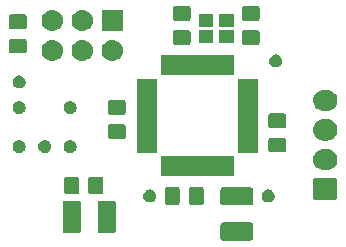
<source format=gbr>
G04 #@! TF.GenerationSoftware,KiCad,Pcbnew,(5.1.2-1)-1*
G04 #@! TF.CreationDate,2020-02-16T12:27:45-05:00*
G04 #@! TF.ProjectId,Delibird,44656c69-6269-4726-942e-6b696361645f,rev?*
G04 #@! TF.SameCoordinates,Original*
G04 #@! TF.FileFunction,Soldermask,Top*
G04 #@! TF.FilePolarity,Negative*
%FSLAX46Y46*%
G04 Gerber Fmt 4.6, Leading zero omitted, Abs format (unit mm)*
G04 Created by KiCad (PCBNEW (5.1.2-1)-1) date 2020-02-16 12:27:45*
%MOMM*%
%LPD*%
G04 APERTURE LIST*
%ADD10C,0.100000*%
G04 APERTURE END LIST*
D10*
G36*
X39325562Y-33875181D02*
G01*
X39360481Y-33885774D01*
X39392663Y-33902976D01*
X39420873Y-33926127D01*
X39444024Y-33954337D01*
X39461226Y-33986519D01*
X39471819Y-34021438D01*
X39476000Y-34063895D01*
X39476000Y-35205105D01*
X39471819Y-35247562D01*
X39461226Y-35282481D01*
X39444024Y-35314663D01*
X39420873Y-35342873D01*
X39392663Y-35366024D01*
X39360481Y-35383226D01*
X39325562Y-35393819D01*
X39283105Y-35398000D01*
X36916895Y-35398000D01*
X36874438Y-35393819D01*
X36839519Y-35383226D01*
X36807337Y-35366024D01*
X36779127Y-35342873D01*
X36755976Y-35314663D01*
X36738774Y-35282481D01*
X36728181Y-35247562D01*
X36724000Y-35205105D01*
X36724000Y-34063895D01*
X36728181Y-34021438D01*
X36738774Y-33986519D01*
X36755976Y-33954337D01*
X36779127Y-33926127D01*
X36807337Y-33902976D01*
X36839519Y-33885774D01*
X36874438Y-33875181D01*
X36916895Y-33871000D01*
X39283105Y-33871000D01*
X39325562Y-33875181D01*
X39325562Y-33875181D01*
G37*
G36*
X27718062Y-32029181D02*
G01*
X27752981Y-32039774D01*
X27785163Y-32056976D01*
X27813373Y-32080127D01*
X27836524Y-32108337D01*
X27853726Y-32140519D01*
X27864319Y-32175438D01*
X27868500Y-32217895D01*
X27868500Y-34584105D01*
X27864319Y-34626562D01*
X27853726Y-34661481D01*
X27836524Y-34693663D01*
X27813373Y-34721873D01*
X27785163Y-34745024D01*
X27752981Y-34762226D01*
X27718062Y-34772819D01*
X27675605Y-34777000D01*
X26534395Y-34777000D01*
X26491938Y-34772819D01*
X26457019Y-34762226D01*
X26424837Y-34745024D01*
X26396627Y-34721873D01*
X26373476Y-34693663D01*
X26356274Y-34661481D01*
X26345681Y-34626562D01*
X26341500Y-34584105D01*
X26341500Y-32217895D01*
X26345681Y-32175438D01*
X26356274Y-32140519D01*
X26373476Y-32108337D01*
X26396627Y-32080127D01*
X26424837Y-32056976D01*
X26457019Y-32039774D01*
X26491938Y-32029181D01*
X26534395Y-32025000D01*
X27675605Y-32025000D01*
X27718062Y-32029181D01*
X27718062Y-32029181D01*
G37*
G36*
X24743062Y-32029181D02*
G01*
X24777981Y-32039774D01*
X24810163Y-32056976D01*
X24838373Y-32080127D01*
X24861524Y-32108337D01*
X24878726Y-32140519D01*
X24889319Y-32175438D01*
X24893500Y-32217895D01*
X24893500Y-34584105D01*
X24889319Y-34626562D01*
X24878726Y-34661481D01*
X24861524Y-34693663D01*
X24838373Y-34721873D01*
X24810163Y-34745024D01*
X24777981Y-34762226D01*
X24743062Y-34772819D01*
X24700605Y-34777000D01*
X23559395Y-34777000D01*
X23516938Y-34772819D01*
X23482019Y-34762226D01*
X23449837Y-34745024D01*
X23421627Y-34721873D01*
X23398476Y-34693663D01*
X23381274Y-34661481D01*
X23370681Y-34626562D01*
X23366500Y-34584105D01*
X23366500Y-32217895D01*
X23370681Y-32175438D01*
X23381274Y-32140519D01*
X23398476Y-32108337D01*
X23421627Y-32080127D01*
X23449837Y-32056976D01*
X23482019Y-32039774D01*
X23516938Y-32029181D01*
X23559395Y-32025000D01*
X24700605Y-32025000D01*
X24743062Y-32029181D01*
X24743062Y-32029181D01*
G37*
G36*
X39325562Y-30900181D02*
G01*
X39360481Y-30910774D01*
X39392663Y-30927976D01*
X39420873Y-30951127D01*
X39444024Y-30979337D01*
X39461226Y-31011519D01*
X39471819Y-31046438D01*
X39476000Y-31088895D01*
X39476000Y-32230105D01*
X39471819Y-32272562D01*
X39461226Y-32307481D01*
X39444024Y-32339663D01*
X39420873Y-32367873D01*
X39392663Y-32391024D01*
X39360481Y-32408226D01*
X39325562Y-32418819D01*
X39283105Y-32423000D01*
X36916895Y-32423000D01*
X36874438Y-32418819D01*
X36839519Y-32408226D01*
X36807337Y-32391024D01*
X36779127Y-32367873D01*
X36755976Y-32339663D01*
X36738774Y-32307481D01*
X36728181Y-32272562D01*
X36724000Y-32230105D01*
X36724000Y-31088895D01*
X36728181Y-31046438D01*
X36738774Y-31011519D01*
X36755976Y-30979337D01*
X36779127Y-30951127D01*
X36807337Y-30927976D01*
X36839519Y-30910774D01*
X36874438Y-30900181D01*
X36916895Y-30896000D01*
X39283105Y-30896000D01*
X39325562Y-30900181D01*
X39325562Y-30900181D01*
G37*
G36*
X35152674Y-30876465D02*
G01*
X35190367Y-30887899D01*
X35225103Y-30906466D01*
X35255548Y-30931452D01*
X35280534Y-30961897D01*
X35299101Y-30996633D01*
X35310535Y-31034326D01*
X35315000Y-31079661D01*
X35315000Y-32166339D01*
X35310535Y-32211674D01*
X35299101Y-32249367D01*
X35280534Y-32284103D01*
X35255548Y-32314548D01*
X35225103Y-32339534D01*
X35190367Y-32358101D01*
X35152674Y-32369535D01*
X35107339Y-32374000D01*
X34270661Y-32374000D01*
X34225326Y-32369535D01*
X34187633Y-32358101D01*
X34152897Y-32339534D01*
X34122452Y-32314548D01*
X34097466Y-32284103D01*
X34078899Y-32249367D01*
X34067465Y-32211674D01*
X34063000Y-32166339D01*
X34063000Y-31079661D01*
X34067465Y-31034326D01*
X34078899Y-30996633D01*
X34097466Y-30961897D01*
X34122452Y-30931452D01*
X34152897Y-30906466D01*
X34187633Y-30887899D01*
X34225326Y-30876465D01*
X34270661Y-30872000D01*
X35107339Y-30872000D01*
X35152674Y-30876465D01*
X35152674Y-30876465D01*
G37*
G36*
X33102674Y-30876465D02*
G01*
X33140367Y-30887899D01*
X33175103Y-30906466D01*
X33205548Y-30931452D01*
X33230534Y-30961897D01*
X33249101Y-30996633D01*
X33260535Y-31034326D01*
X33265000Y-31079661D01*
X33265000Y-32166339D01*
X33260535Y-32211674D01*
X33249101Y-32249367D01*
X33230534Y-32284103D01*
X33205548Y-32314548D01*
X33175103Y-32339534D01*
X33140367Y-32358101D01*
X33102674Y-32369535D01*
X33057339Y-32374000D01*
X32220661Y-32374000D01*
X32175326Y-32369535D01*
X32137633Y-32358101D01*
X32102897Y-32339534D01*
X32072452Y-32314548D01*
X32047466Y-32284103D01*
X32028899Y-32249367D01*
X32017465Y-32211674D01*
X32013000Y-32166339D01*
X32013000Y-31079661D01*
X32017465Y-31034326D01*
X32028899Y-30996633D01*
X32047466Y-30961897D01*
X32072452Y-30931452D01*
X32102897Y-30906466D01*
X32137633Y-30887899D01*
X32175326Y-30876465D01*
X32220661Y-30872000D01*
X33057339Y-30872000D01*
X33102674Y-30876465D01*
X33102674Y-30876465D01*
G37*
G36*
X40927721Y-31093174D02*
G01*
X41027995Y-31134709D01*
X41071675Y-31163895D01*
X41118242Y-31195010D01*
X41194990Y-31271758D01*
X41194991Y-31271760D01*
X41255291Y-31362005D01*
X41296826Y-31462279D01*
X41318000Y-31568730D01*
X41318000Y-31677270D01*
X41296826Y-31783721D01*
X41255291Y-31883995D01*
X41255290Y-31883996D01*
X41194990Y-31974242D01*
X41118242Y-32050990D01*
X41109283Y-32056976D01*
X41027995Y-32111291D01*
X40927721Y-32152826D01*
X40821270Y-32174000D01*
X40712730Y-32174000D01*
X40606279Y-32152826D01*
X40506005Y-32111291D01*
X40424717Y-32056976D01*
X40415758Y-32050990D01*
X40339010Y-31974242D01*
X40278710Y-31883996D01*
X40278709Y-31883995D01*
X40237174Y-31783721D01*
X40216000Y-31677270D01*
X40216000Y-31568730D01*
X40237174Y-31462279D01*
X40278709Y-31362005D01*
X40339009Y-31271760D01*
X40339010Y-31271758D01*
X40415758Y-31195010D01*
X40462325Y-31163895D01*
X40506005Y-31134709D01*
X40606279Y-31093174D01*
X40712730Y-31072000D01*
X40821270Y-31072000D01*
X40927721Y-31093174D01*
X40927721Y-31093174D01*
G37*
G36*
X30894721Y-31093174D02*
G01*
X30994995Y-31134709D01*
X31038675Y-31163895D01*
X31085242Y-31195010D01*
X31161990Y-31271758D01*
X31161991Y-31271760D01*
X31222291Y-31362005D01*
X31263826Y-31462279D01*
X31285000Y-31568730D01*
X31285000Y-31677270D01*
X31263826Y-31783721D01*
X31222291Y-31883995D01*
X31222290Y-31883996D01*
X31161990Y-31974242D01*
X31085242Y-32050990D01*
X31076283Y-32056976D01*
X30994995Y-32111291D01*
X30894721Y-32152826D01*
X30788270Y-32174000D01*
X30679730Y-32174000D01*
X30573279Y-32152826D01*
X30473005Y-32111291D01*
X30391717Y-32056976D01*
X30382758Y-32050990D01*
X30306010Y-31974242D01*
X30245710Y-31883996D01*
X30245709Y-31883995D01*
X30204174Y-31783721D01*
X30183000Y-31677270D01*
X30183000Y-31568730D01*
X30204174Y-31462279D01*
X30245709Y-31362005D01*
X30306009Y-31271760D01*
X30306010Y-31271758D01*
X30382758Y-31195010D01*
X30429325Y-31163895D01*
X30473005Y-31134709D01*
X30573279Y-31093174D01*
X30679730Y-31072000D01*
X30788270Y-31072000D01*
X30894721Y-31093174D01*
X30894721Y-31093174D01*
G37*
G36*
X46476600Y-30137989D02*
G01*
X46509652Y-30148015D01*
X46540103Y-30164292D01*
X46566799Y-30186201D01*
X46588708Y-30212897D01*
X46604985Y-30243348D01*
X46615011Y-30276400D01*
X46619000Y-30316903D01*
X46619000Y-31753097D01*
X46615011Y-31793600D01*
X46604985Y-31826652D01*
X46588708Y-31857103D01*
X46566799Y-31883799D01*
X46540103Y-31905708D01*
X46509652Y-31921985D01*
X46476600Y-31932011D01*
X46436097Y-31936000D01*
X44749903Y-31936000D01*
X44709400Y-31932011D01*
X44676348Y-31921985D01*
X44645897Y-31905708D01*
X44619201Y-31883799D01*
X44597292Y-31857103D01*
X44581015Y-31826652D01*
X44570989Y-31793600D01*
X44567000Y-31753097D01*
X44567000Y-30316903D01*
X44570989Y-30276400D01*
X44581015Y-30243348D01*
X44597292Y-30212897D01*
X44619201Y-30186201D01*
X44645897Y-30164292D01*
X44676348Y-30148015D01*
X44709400Y-30137989D01*
X44749903Y-30134000D01*
X46436097Y-30134000D01*
X46476600Y-30137989D01*
X46476600Y-30137989D01*
G37*
G36*
X26634674Y-29987465D02*
G01*
X26672367Y-29998899D01*
X26707103Y-30017466D01*
X26737548Y-30042452D01*
X26762534Y-30072897D01*
X26781101Y-30107633D01*
X26792535Y-30145326D01*
X26797000Y-30190661D01*
X26797000Y-31277339D01*
X26792535Y-31322674D01*
X26781101Y-31360367D01*
X26762534Y-31395103D01*
X26737548Y-31425548D01*
X26707103Y-31450534D01*
X26672367Y-31469101D01*
X26634674Y-31480535D01*
X26589339Y-31485000D01*
X25752661Y-31485000D01*
X25707326Y-31480535D01*
X25669633Y-31469101D01*
X25634897Y-31450534D01*
X25604452Y-31425548D01*
X25579466Y-31395103D01*
X25560899Y-31360367D01*
X25549465Y-31322674D01*
X25545000Y-31277339D01*
X25545000Y-30190661D01*
X25549465Y-30145326D01*
X25560899Y-30107633D01*
X25579466Y-30072897D01*
X25604452Y-30042452D01*
X25634897Y-30017466D01*
X25669633Y-29998899D01*
X25707326Y-29987465D01*
X25752661Y-29983000D01*
X26589339Y-29983000D01*
X26634674Y-29987465D01*
X26634674Y-29987465D01*
G37*
G36*
X24584674Y-29987465D02*
G01*
X24622367Y-29998899D01*
X24657103Y-30017466D01*
X24687548Y-30042452D01*
X24712534Y-30072897D01*
X24731101Y-30107633D01*
X24742535Y-30145326D01*
X24747000Y-30190661D01*
X24747000Y-31277339D01*
X24742535Y-31322674D01*
X24731101Y-31360367D01*
X24712534Y-31395103D01*
X24687548Y-31425548D01*
X24657103Y-31450534D01*
X24622367Y-31469101D01*
X24584674Y-31480535D01*
X24539339Y-31485000D01*
X23702661Y-31485000D01*
X23657326Y-31480535D01*
X23619633Y-31469101D01*
X23584897Y-31450534D01*
X23554452Y-31425548D01*
X23529466Y-31395103D01*
X23510899Y-31360367D01*
X23499465Y-31322674D01*
X23495000Y-31277339D01*
X23495000Y-30190661D01*
X23499465Y-30145326D01*
X23510899Y-30107633D01*
X23529466Y-30072897D01*
X23554452Y-30042452D01*
X23584897Y-30017466D01*
X23619633Y-29998899D01*
X23657326Y-29987465D01*
X23702661Y-29983000D01*
X24539339Y-29983000D01*
X24584674Y-29987465D01*
X24584674Y-29987465D01*
G37*
G36*
X37905000Y-29925000D02*
G01*
X31653000Y-29925000D01*
X31653000Y-28223000D01*
X37905000Y-28223000D01*
X37905000Y-29925000D01*
X37905000Y-29925000D01*
G37*
G36*
X45828443Y-27640519D02*
G01*
X45894627Y-27647037D01*
X46064466Y-27698557D01*
X46220991Y-27782222D01*
X46256729Y-27811552D01*
X46358186Y-27894814D01*
X46430557Y-27983000D01*
X46470778Y-28032009D01*
X46554443Y-28188534D01*
X46605963Y-28358373D01*
X46623359Y-28535000D01*
X46605963Y-28711627D01*
X46554443Y-28881466D01*
X46470778Y-29037991D01*
X46441448Y-29073729D01*
X46358186Y-29175186D01*
X46256729Y-29258448D01*
X46220991Y-29287778D01*
X46064466Y-29371443D01*
X45894627Y-29422963D01*
X45828443Y-29429481D01*
X45762260Y-29436000D01*
X45423740Y-29436000D01*
X45357557Y-29429481D01*
X45291373Y-29422963D01*
X45121534Y-29371443D01*
X44965009Y-29287778D01*
X44929271Y-29258448D01*
X44827814Y-29175186D01*
X44744552Y-29073729D01*
X44715222Y-29037991D01*
X44631557Y-28881466D01*
X44580037Y-28711627D01*
X44562641Y-28535000D01*
X44580037Y-28358373D01*
X44631557Y-28188534D01*
X44715222Y-28032009D01*
X44755443Y-27983000D01*
X44827814Y-27894814D01*
X44929271Y-27811552D01*
X44965009Y-27782222D01*
X45121534Y-27698557D01*
X45291373Y-27647037D01*
X45357557Y-27640519D01*
X45423740Y-27634000D01*
X45762260Y-27634000D01*
X45828443Y-27640519D01*
X45828443Y-27640519D01*
G37*
G36*
X22004721Y-26902174D02*
G01*
X22104995Y-26943709D01*
X22104996Y-26943710D01*
X22195242Y-27004010D01*
X22271990Y-27080758D01*
X22271991Y-27080760D01*
X22332291Y-27171005D01*
X22373826Y-27271279D01*
X22395000Y-27377730D01*
X22395000Y-27486270D01*
X22373826Y-27592721D01*
X22332291Y-27692995D01*
X22328574Y-27698558D01*
X22271990Y-27783242D01*
X22195242Y-27859990D01*
X22149812Y-27890345D01*
X22104995Y-27920291D01*
X22004721Y-27961826D01*
X21898270Y-27983000D01*
X21789730Y-27983000D01*
X21683279Y-27961826D01*
X21583005Y-27920291D01*
X21538188Y-27890345D01*
X21492758Y-27859990D01*
X21416010Y-27783242D01*
X21359426Y-27698558D01*
X21355709Y-27692995D01*
X21314174Y-27592721D01*
X21293000Y-27486270D01*
X21293000Y-27377730D01*
X21314174Y-27271279D01*
X21355709Y-27171005D01*
X21416009Y-27080760D01*
X21416010Y-27080758D01*
X21492758Y-27004010D01*
X21583004Y-26943710D01*
X21583005Y-26943709D01*
X21683279Y-26902174D01*
X21789730Y-26881000D01*
X21898270Y-26881000D01*
X22004721Y-26902174D01*
X22004721Y-26902174D01*
G37*
G36*
X19845721Y-26902174D02*
G01*
X19945995Y-26943709D01*
X19945996Y-26943710D01*
X20036242Y-27004010D01*
X20112990Y-27080758D01*
X20112991Y-27080760D01*
X20173291Y-27171005D01*
X20214826Y-27271279D01*
X20236000Y-27377730D01*
X20236000Y-27486270D01*
X20214826Y-27592721D01*
X20173291Y-27692995D01*
X20169574Y-27698558D01*
X20112990Y-27783242D01*
X20036242Y-27859990D01*
X19990812Y-27890345D01*
X19945995Y-27920291D01*
X19845721Y-27961826D01*
X19739270Y-27983000D01*
X19630730Y-27983000D01*
X19524279Y-27961826D01*
X19424005Y-27920291D01*
X19379188Y-27890345D01*
X19333758Y-27859990D01*
X19257010Y-27783242D01*
X19200426Y-27698558D01*
X19196709Y-27692995D01*
X19155174Y-27592721D01*
X19134000Y-27486270D01*
X19134000Y-27377730D01*
X19155174Y-27271279D01*
X19196709Y-27171005D01*
X19257009Y-27080760D01*
X19257010Y-27080758D01*
X19333758Y-27004010D01*
X19424004Y-26943710D01*
X19424005Y-26943709D01*
X19524279Y-26902174D01*
X19630730Y-26881000D01*
X19739270Y-26881000D01*
X19845721Y-26902174D01*
X19845721Y-26902174D01*
G37*
G36*
X24163721Y-26902174D02*
G01*
X24263995Y-26943709D01*
X24263996Y-26943710D01*
X24354242Y-27004010D01*
X24430990Y-27080758D01*
X24430991Y-27080760D01*
X24491291Y-27171005D01*
X24532826Y-27271279D01*
X24554000Y-27377730D01*
X24554000Y-27486270D01*
X24532826Y-27592721D01*
X24491291Y-27692995D01*
X24487574Y-27698558D01*
X24430990Y-27783242D01*
X24354242Y-27859990D01*
X24308812Y-27890345D01*
X24263995Y-27920291D01*
X24163721Y-27961826D01*
X24057270Y-27983000D01*
X23948730Y-27983000D01*
X23842279Y-27961826D01*
X23742005Y-27920291D01*
X23697188Y-27890345D01*
X23651758Y-27859990D01*
X23575010Y-27783242D01*
X23518426Y-27698558D01*
X23514709Y-27692995D01*
X23473174Y-27592721D01*
X23452000Y-27486270D01*
X23452000Y-27377730D01*
X23473174Y-27271279D01*
X23514709Y-27171005D01*
X23575009Y-27080760D01*
X23575010Y-27080758D01*
X23651758Y-27004010D01*
X23742004Y-26943710D01*
X23742005Y-26943709D01*
X23842279Y-26902174D01*
X23948730Y-26881000D01*
X24057270Y-26881000D01*
X24163721Y-26902174D01*
X24163721Y-26902174D01*
G37*
G36*
X31380000Y-27950000D02*
G01*
X29678000Y-27950000D01*
X29678000Y-21698000D01*
X31380000Y-21698000D01*
X31380000Y-27950000D01*
X31380000Y-27950000D01*
G37*
G36*
X39880000Y-27950000D02*
G01*
X38178000Y-27950000D01*
X38178000Y-21698000D01*
X39880000Y-21698000D01*
X39880000Y-27950000D01*
X39880000Y-27950000D01*
G37*
G36*
X42117674Y-26692465D02*
G01*
X42155367Y-26703899D01*
X42190103Y-26722466D01*
X42220548Y-26747452D01*
X42245534Y-26777897D01*
X42264101Y-26812633D01*
X42275535Y-26850326D01*
X42280000Y-26895661D01*
X42280000Y-27732339D01*
X42275535Y-27777674D01*
X42264101Y-27815367D01*
X42245534Y-27850103D01*
X42220548Y-27880548D01*
X42190103Y-27905534D01*
X42155367Y-27924101D01*
X42117674Y-27935535D01*
X42072339Y-27940000D01*
X40985661Y-27940000D01*
X40940326Y-27935535D01*
X40902633Y-27924101D01*
X40867897Y-27905534D01*
X40837452Y-27880548D01*
X40812466Y-27850103D01*
X40793899Y-27815367D01*
X40782465Y-27777674D01*
X40778000Y-27732339D01*
X40778000Y-26895661D01*
X40782465Y-26850326D01*
X40793899Y-26812633D01*
X40812466Y-26777897D01*
X40837452Y-26747452D01*
X40867897Y-26722466D01*
X40902633Y-26703899D01*
X40940326Y-26692465D01*
X40985661Y-26688000D01*
X42072339Y-26688000D01*
X42117674Y-26692465D01*
X42117674Y-26692465D01*
G37*
G36*
X45828443Y-25140519D02*
G01*
X45894627Y-25147037D01*
X46064466Y-25198557D01*
X46220991Y-25282222D01*
X46256729Y-25311552D01*
X46358186Y-25394814D01*
X46441448Y-25496271D01*
X46470778Y-25532009D01*
X46554443Y-25688534D01*
X46605963Y-25858373D01*
X46623359Y-26035000D01*
X46605963Y-26211627D01*
X46554443Y-26381466D01*
X46470778Y-26537991D01*
X46441448Y-26573729D01*
X46358186Y-26675186D01*
X46295924Y-26726282D01*
X46220991Y-26787778D01*
X46064466Y-26871443D01*
X45894627Y-26922963D01*
X45828443Y-26929481D01*
X45762260Y-26936000D01*
X45423740Y-26936000D01*
X45357557Y-26929481D01*
X45291373Y-26922963D01*
X45121534Y-26871443D01*
X44965009Y-26787778D01*
X44890076Y-26726282D01*
X44827814Y-26675186D01*
X44744552Y-26573729D01*
X44715222Y-26537991D01*
X44631557Y-26381466D01*
X44580037Y-26211627D01*
X44562641Y-26035000D01*
X44580037Y-25858373D01*
X44631557Y-25688534D01*
X44715222Y-25532009D01*
X44744552Y-25496271D01*
X44827814Y-25394814D01*
X44929271Y-25311552D01*
X44965009Y-25282222D01*
X45121534Y-25198557D01*
X45291373Y-25147037D01*
X45357558Y-25140518D01*
X45423740Y-25134000D01*
X45762260Y-25134000D01*
X45828443Y-25140519D01*
X45828443Y-25140519D01*
G37*
G36*
X28528674Y-25558465D02*
G01*
X28566367Y-25569899D01*
X28601103Y-25588466D01*
X28631548Y-25613452D01*
X28656534Y-25643897D01*
X28675101Y-25678633D01*
X28686535Y-25716326D01*
X28691000Y-25761661D01*
X28691000Y-26598339D01*
X28686535Y-26643674D01*
X28675101Y-26681367D01*
X28656534Y-26716103D01*
X28631548Y-26746548D01*
X28601103Y-26771534D01*
X28566367Y-26790101D01*
X28528674Y-26801535D01*
X28483339Y-26806000D01*
X27396661Y-26806000D01*
X27351326Y-26801535D01*
X27313633Y-26790101D01*
X27278897Y-26771534D01*
X27248452Y-26746548D01*
X27223466Y-26716103D01*
X27204899Y-26681367D01*
X27193465Y-26643674D01*
X27189000Y-26598339D01*
X27189000Y-25761661D01*
X27193465Y-25716326D01*
X27204899Y-25678633D01*
X27223466Y-25643897D01*
X27248452Y-25613452D01*
X27278897Y-25588466D01*
X27313633Y-25569899D01*
X27351326Y-25558465D01*
X27396661Y-25554000D01*
X28483339Y-25554000D01*
X28528674Y-25558465D01*
X28528674Y-25558465D01*
G37*
G36*
X42117674Y-24642465D02*
G01*
X42155367Y-24653899D01*
X42190103Y-24672466D01*
X42220548Y-24697452D01*
X42245534Y-24727897D01*
X42264101Y-24762633D01*
X42275535Y-24800326D01*
X42280000Y-24845661D01*
X42280000Y-25682339D01*
X42275535Y-25727674D01*
X42264101Y-25765367D01*
X42245534Y-25800103D01*
X42220548Y-25830548D01*
X42190103Y-25855534D01*
X42155367Y-25874101D01*
X42117674Y-25885535D01*
X42072339Y-25890000D01*
X40985661Y-25890000D01*
X40940326Y-25885535D01*
X40902633Y-25874101D01*
X40867897Y-25855534D01*
X40837452Y-25830548D01*
X40812466Y-25800103D01*
X40793899Y-25765367D01*
X40782465Y-25727674D01*
X40778000Y-25682339D01*
X40778000Y-24845661D01*
X40782465Y-24800326D01*
X40793899Y-24762633D01*
X40812466Y-24727897D01*
X40837452Y-24697452D01*
X40867897Y-24672466D01*
X40902633Y-24653899D01*
X40940326Y-24642465D01*
X40985661Y-24638000D01*
X42072339Y-24638000D01*
X42117674Y-24642465D01*
X42117674Y-24642465D01*
G37*
G36*
X28528674Y-23508465D02*
G01*
X28566367Y-23519899D01*
X28601103Y-23538466D01*
X28631548Y-23563452D01*
X28656534Y-23593897D01*
X28675101Y-23628633D01*
X28686535Y-23666326D01*
X28691000Y-23711661D01*
X28691000Y-24548339D01*
X28686535Y-24593674D01*
X28675101Y-24631367D01*
X28656534Y-24666103D01*
X28631548Y-24696548D01*
X28601103Y-24721534D01*
X28566367Y-24740101D01*
X28528674Y-24751535D01*
X28483339Y-24756000D01*
X27396661Y-24756000D01*
X27351326Y-24751535D01*
X27313633Y-24740101D01*
X27278897Y-24721534D01*
X27248452Y-24696548D01*
X27223466Y-24666103D01*
X27204899Y-24631367D01*
X27193465Y-24593674D01*
X27189000Y-24548339D01*
X27189000Y-23711661D01*
X27193465Y-23666326D01*
X27204899Y-23628633D01*
X27223466Y-23593897D01*
X27248452Y-23563452D01*
X27278897Y-23538466D01*
X27313633Y-23519899D01*
X27351326Y-23508465D01*
X27396661Y-23504000D01*
X28483339Y-23504000D01*
X28528674Y-23508465D01*
X28528674Y-23508465D01*
G37*
G36*
X19845721Y-23600174D02*
G01*
X19945995Y-23641709D01*
X19945996Y-23641710D01*
X20036242Y-23702010D01*
X20112990Y-23778758D01*
X20112991Y-23778760D01*
X20173291Y-23869005D01*
X20214826Y-23969279D01*
X20236000Y-24075730D01*
X20236000Y-24184270D01*
X20214826Y-24290721D01*
X20173291Y-24390995D01*
X20143345Y-24435812D01*
X20112990Y-24481242D01*
X20036242Y-24557990D01*
X19991354Y-24587983D01*
X19945995Y-24618291D01*
X19845721Y-24659826D01*
X19739270Y-24681000D01*
X19630730Y-24681000D01*
X19524279Y-24659826D01*
X19424005Y-24618291D01*
X19378646Y-24587983D01*
X19333758Y-24557990D01*
X19257010Y-24481242D01*
X19226655Y-24435812D01*
X19196709Y-24390995D01*
X19155174Y-24290721D01*
X19134000Y-24184270D01*
X19134000Y-24075730D01*
X19155174Y-23969279D01*
X19196709Y-23869005D01*
X19257009Y-23778760D01*
X19257010Y-23778758D01*
X19333758Y-23702010D01*
X19424004Y-23641710D01*
X19424005Y-23641709D01*
X19524279Y-23600174D01*
X19630730Y-23579000D01*
X19739270Y-23579000D01*
X19845721Y-23600174D01*
X19845721Y-23600174D01*
G37*
G36*
X24163721Y-23600174D02*
G01*
X24263995Y-23641709D01*
X24263996Y-23641710D01*
X24354242Y-23702010D01*
X24430990Y-23778758D01*
X24430991Y-23778760D01*
X24491291Y-23869005D01*
X24532826Y-23969279D01*
X24554000Y-24075730D01*
X24554000Y-24184270D01*
X24532826Y-24290721D01*
X24491291Y-24390995D01*
X24461345Y-24435812D01*
X24430990Y-24481242D01*
X24354242Y-24557990D01*
X24309354Y-24587983D01*
X24263995Y-24618291D01*
X24163721Y-24659826D01*
X24057270Y-24681000D01*
X23948730Y-24681000D01*
X23842279Y-24659826D01*
X23742005Y-24618291D01*
X23696646Y-24587983D01*
X23651758Y-24557990D01*
X23575010Y-24481242D01*
X23544655Y-24435812D01*
X23514709Y-24390995D01*
X23473174Y-24290721D01*
X23452000Y-24184270D01*
X23452000Y-24075730D01*
X23473174Y-23969279D01*
X23514709Y-23869005D01*
X23575009Y-23778760D01*
X23575010Y-23778758D01*
X23651758Y-23702010D01*
X23742004Y-23641710D01*
X23742005Y-23641709D01*
X23842279Y-23600174D01*
X23948730Y-23579000D01*
X24057270Y-23579000D01*
X24163721Y-23600174D01*
X24163721Y-23600174D01*
G37*
G36*
X45828443Y-22640519D02*
G01*
X45894627Y-22647037D01*
X46064466Y-22698557D01*
X46220991Y-22782222D01*
X46256729Y-22811552D01*
X46358186Y-22894814D01*
X46441448Y-22996271D01*
X46470778Y-23032009D01*
X46554443Y-23188534D01*
X46605963Y-23358373D01*
X46623359Y-23535000D01*
X46605963Y-23711627D01*
X46554443Y-23881466D01*
X46470778Y-24037991D01*
X46441448Y-24073729D01*
X46358186Y-24175186D01*
X46256729Y-24258448D01*
X46220991Y-24287778D01*
X46064466Y-24371443D01*
X45894627Y-24422963D01*
X45828443Y-24429481D01*
X45762260Y-24436000D01*
X45423740Y-24436000D01*
X45357557Y-24429481D01*
X45291373Y-24422963D01*
X45121534Y-24371443D01*
X44965009Y-24287778D01*
X44929271Y-24258448D01*
X44827814Y-24175186D01*
X44744552Y-24073729D01*
X44715222Y-24037991D01*
X44631557Y-23881466D01*
X44580037Y-23711627D01*
X44562641Y-23535000D01*
X44580037Y-23358373D01*
X44631557Y-23188534D01*
X44715222Y-23032009D01*
X44744552Y-22996271D01*
X44827814Y-22894814D01*
X44929271Y-22811552D01*
X44965009Y-22782222D01*
X45121534Y-22698557D01*
X45291373Y-22647037D01*
X45357557Y-22640519D01*
X45423740Y-22634000D01*
X45762260Y-22634000D01*
X45828443Y-22640519D01*
X45828443Y-22640519D01*
G37*
G36*
X19845721Y-21441174D02*
G01*
X19945995Y-21482709D01*
X19945996Y-21482710D01*
X20036242Y-21543010D01*
X20112990Y-21619758D01*
X20112991Y-21619760D01*
X20173291Y-21710005D01*
X20214826Y-21810279D01*
X20236000Y-21916730D01*
X20236000Y-22025270D01*
X20214826Y-22131721D01*
X20173291Y-22231995D01*
X20173290Y-22231996D01*
X20112990Y-22322242D01*
X20036242Y-22398990D01*
X19990812Y-22429345D01*
X19945995Y-22459291D01*
X19845721Y-22500826D01*
X19739270Y-22522000D01*
X19630730Y-22522000D01*
X19524279Y-22500826D01*
X19424005Y-22459291D01*
X19379188Y-22429345D01*
X19333758Y-22398990D01*
X19257010Y-22322242D01*
X19196710Y-22231996D01*
X19196709Y-22231995D01*
X19155174Y-22131721D01*
X19134000Y-22025270D01*
X19134000Y-21916730D01*
X19155174Y-21810279D01*
X19196709Y-21710005D01*
X19257009Y-21619760D01*
X19257010Y-21619758D01*
X19333758Y-21543010D01*
X19424004Y-21482710D01*
X19424005Y-21482709D01*
X19524279Y-21441174D01*
X19630730Y-21420000D01*
X19739270Y-21420000D01*
X19845721Y-21441174D01*
X19845721Y-21441174D01*
G37*
G36*
X37905000Y-21425000D02*
G01*
X31653000Y-21425000D01*
X31653000Y-19723000D01*
X37905000Y-19723000D01*
X37905000Y-21425000D01*
X37905000Y-21425000D01*
G37*
G36*
X41562721Y-19663174D02*
G01*
X41662995Y-19704709D01*
X41662996Y-19704710D01*
X41753242Y-19765010D01*
X41829990Y-19841758D01*
X41829991Y-19841760D01*
X41890291Y-19932005D01*
X41931826Y-20032279D01*
X41953000Y-20138730D01*
X41953000Y-20247270D01*
X41931826Y-20353721D01*
X41890291Y-20453995D01*
X41890290Y-20453996D01*
X41829990Y-20544242D01*
X41753242Y-20620990D01*
X41707812Y-20651345D01*
X41662995Y-20681291D01*
X41562721Y-20722826D01*
X41456270Y-20744000D01*
X41347730Y-20744000D01*
X41241279Y-20722826D01*
X41141005Y-20681291D01*
X41096188Y-20651345D01*
X41050758Y-20620990D01*
X40974010Y-20544242D01*
X40913710Y-20453996D01*
X40913709Y-20453995D01*
X40872174Y-20353721D01*
X40851000Y-20247270D01*
X40851000Y-20138730D01*
X40872174Y-20032279D01*
X40913709Y-19932005D01*
X40974009Y-19841760D01*
X40974010Y-19841758D01*
X41050758Y-19765010D01*
X41141004Y-19704710D01*
X41141005Y-19704709D01*
X41241279Y-19663174D01*
X41347730Y-19642000D01*
X41456270Y-19642000D01*
X41562721Y-19663174D01*
X41562721Y-19663174D01*
G37*
G36*
X25129443Y-18409519D02*
G01*
X25195627Y-18416037D01*
X25365466Y-18467557D01*
X25521991Y-18551222D01*
X25539543Y-18565627D01*
X25659186Y-18663814D01*
X25742448Y-18765271D01*
X25771778Y-18801009D01*
X25855443Y-18957534D01*
X25906963Y-19127373D01*
X25924359Y-19304000D01*
X25906963Y-19480627D01*
X25855443Y-19650466D01*
X25771778Y-19806991D01*
X25743245Y-19841758D01*
X25659186Y-19944186D01*
X25557729Y-20027448D01*
X25521991Y-20056778D01*
X25365466Y-20140443D01*
X25195627Y-20191963D01*
X25129443Y-20198481D01*
X25063260Y-20205000D01*
X24974740Y-20205000D01*
X24908557Y-20198481D01*
X24842373Y-20191963D01*
X24672534Y-20140443D01*
X24516009Y-20056778D01*
X24480271Y-20027448D01*
X24378814Y-19944186D01*
X24294755Y-19841758D01*
X24266222Y-19806991D01*
X24182557Y-19650466D01*
X24131037Y-19480627D01*
X24113641Y-19304000D01*
X24131037Y-19127373D01*
X24182557Y-18957534D01*
X24266222Y-18801009D01*
X24295552Y-18765271D01*
X24378814Y-18663814D01*
X24498457Y-18565627D01*
X24516009Y-18551222D01*
X24672534Y-18467557D01*
X24842373Y-18416037D01*
X24908557Y-18409519D01*
X24974740Y-18403000D01*
X25063260Y-18403000D01*
X25129443Y-18409519D01*
X25129443Y-18409519D01*
G37*
G36*
X27669443Y-18409519D02*
G01*
X27735627Y-18416037D01*
X27905466Y-18467557D01*
X28061991Y-18551222D01*
X28079543Y-18565627D01*
X28199186Y-18663814D01*
X28282448Y-18765271D01*
X28311778Y-18801009D01*
X28395443Y-18957534D01*
X28446963Y-19127373D01*
X28464359Y-19304000D01*
X28446963Y-19480627D01*
X28395443Y-19650466D01*
X28311778Y-19806991D01*
X28283245Y-19841758D01*
X28199186Y-19944186D01*
X28097729Y-20027448D01*
X28061991Y-20056778D01*
X27905466Y-20140443D01*
X27735627Y-20191963D01*
X27669443Y-20198481D01*
X27603260Y-20205000D01*
X27514740Y-20205000D01*
X27448557Y-20198481D01*
X27382373Y-20191963D01*
X27212534Y-20140443D01*
X27056009Y-20056778D01*
X27020271Y-20027448D01*
X26918814Y-19944186D01*
X26834755Y-19841758D01*
X26806222Y-19806991D01*
X26722557Y-19650466D01*
X26671037Y-19480627D01*
X26653641Y-19304000D01*
X26671037Y-19127373D01*
X26722557Y-18957534D01*
X26806222Y-18801009D01*
X26835552Y-18765271D01*
X26918814Y-18663814D01*
X27038457Y-18565627D01*
X27056009Y-18551222D01*
X27212534Y-18467557D01*
X27382373Y-18416037D01*
X27448557Y-18409519D01*
X27514740Y-18403000D01*
X27603260Y-18403000D01*
X27669443Y-18409519D01*
X27669443Y-18409519D01*
G37*
G36*
X22589443Y-18409519D02*
G01*
X22655627Y-18416037D01*
X22825466Y-18467557D01*
X22981991Y-18551222D01*
X22999543Y-18565627D01*
X23119186Y-18663814D01*
X23202448Y-18765271D01*
X23231778Y-18801009D01*
X23315443Y-18957534D01*
X23366963Y-19127373D01*
X23384359Y-19304000D01*
X23366963Y-19480627D01*
X23315443Y-19650466D01*
X23231778Y-19806991D01*
X23203245Y-19841758D01*
X23119186Y-19944186D01*
X23017729Y-20027448D01*
X22981991Y-20056778D01*
X22825466Y-20140443D01*
X22655627Y-20191963D01*
X22589443Y-20198481D01*
X22523260Y-20205000D01*
X22434740Y-20205000D01*
X22368557Y-20198481D01*
X22302373Y-20191963D01*
X22132534Y-20140443D01*
X21976009Y-20056778D01*
X21940271Y-20027448D01*
X21838814Y-19944186D01*
X21754755Y-19841758D01*
X21726222Y-19806991D01*
X21642557Y-19650466D01*
X21591037Y-19480627D01*
X21573641Y-19304000D01*
X21591037Y-19127373D01*
X21642557Y-18957534D01*
X21726222Y-18801009D01*
X21755552Y-18765271D01*
X21838814Y-18663814D01*
X21958457Y-18565627D01*
X21976009Y-18551222D01*
X22132534Y-18467557D01*
X22302373Y-18416037D01*
X22368557Y-18409519D01*
X22434740Y-18403000D01*
X22523260Y-18403000D01*
X22589443Y-18409519D01*
X22589443Y-18409519D01*
G37*
G36*
X20146674Y-18310465D02*
G01*
X20184367Y-18321899D01*
X20219103Y-18340466D01*
X20249548Y-18365452D01*
X20274534Y-18395897D01*
X20293101Y-18430633D01*
X20304535Y-18468326D01*
X20309000Y-18513661D01*
X20309000Y-19350339D01*
X20304535Y-19395674D01*
X20293101Y-19433367D01*
X20274534Y-19468103D01*
X20249548Y-19498548D01*
X20219103Y-19523534D01*
X20184367Y-19542101D01*
X20146674Y-19553535D01*
X20101339Y-19558000D01*
X19014661Y-19558000D01*
X18969326Y-19553535D01*
X18931633Y-19542101D01*
X18896897Y-19523534D01*
X18866452Y-19498548D01*
X18841466Y-19468103D01*
X18822899Y-19433367D01*
X18811465Y-19395674D01*
X18807000Y-19350339D01*
X18807000Y-18513661D01*
X18811465Y-18468326D01*
X18822899Y-18430633D01*
X18841466Y-18395897D01*
X18866452Y-18365452D01*
X18896897Y-18340466D01*
X18931633Y-18321899D01*
X18969326Y-18310465D01*
X19014661Y-18306000D01*
X20101339Y-18306000D01*
X20146674Y-18310465D01*
X20146674Y-18310465D01*
G37*
G36*
X39882474Y-17590265D02*
G01*
X39920167Y-17601699D01*
X39954903Y-17620266D01*
X39985348Y-17645252D01*
X40010334Y-17675697D01*
X40028901Y-17710433D01*
X40040335Y-17748126D01*
X40044800Y-17793461D01*
X40044800Y-18630139D01*
X40040335Y-18675474D01*
X40028901Y-18713167D01*
X40010334Y-18747903D01*
X39985348Y-18778348D01*
X39954903Y-18803334D01*
X39920167Y-18821901D01*
X39882474Y-18833335D01*
X39837139Y-18837800D01*
X38750461Y-18837800D01*
X38705126Y-18833335D01*
X38667433Y-18821901D01*
X38632697Y-18803334D01*
X38602252Y-18778348D01*
X38577266Y-18747903D01*
X38558699Y-18713167D01*
X38547265Y-18675474D01*
X38542800Y-18630139D01*
X38542800Y-17793461D01*
X38547265Y-17748126D01*
X38558699Y-17710433D01*
X38577266Y-17675697D01*
X38602252Y-17645252D01*
X38632697Y-17620266D01*
X38667433Y-17601699D01*
X38705126Y-17590265D01*
X38750461Y-17585800D01*
X39837139Y-17585800D01*
X39882474Y-17590265D01*
X39882474Y-17590265D01*
G37*
G36*
X34040474Y-17590265D02*
G01*
X34078167Y-17601699D01*
X34112903Y-17620266D01*
X34143348Y-17645252D01*
X34168334Y-17675697D01*
X34186901Y-17710433D01*
X34198335Y-17748126D01*
X34202800Y-17793461D01*
X34202800Y-18630139D01*
X34198335Y-18675474D01*
X34186901Y-18713167D01*
X34168334Y-18747903D01*
X34143348Y-18778348D01*
X34112903Y-18803334D01*
X34078167Y-18821901D01*
X34040474Y-18833335D01*
X33995139Y-18837800D01*
X32908461Y-18837800D01*
X32863126Y-18833335D01*
X32825433Y-18821901D01*
X32790697Y-18803334D01*
X32760252Y-18778348D01*
X32735266Y-18747903D01*
X32716699Y-18713167D01*
X32705265Y-18675474D01*
X32700800Y-18630139D01*
X32700800Y-17793461D01*
X32705265Y-17748126D01*
X32716699Y-17710433D01*
X32735266Y-17675697D01*
X32760252Y-17645252D01*
X32790697Y-17620266D01*
X32825433Y-17601699D01*
X32863126Y-17590265D01*
X32908461Y-17585800D01*
X33995139Y-17585800D01*
X34040474Y-17590265D01*
X34040474Y-17590265D01*
G37*
G36*
X37873800Y-18700800D02*
G01*
X36621800Y-18700800D01*
X36621800Y-17598800D01*
X37873800Y-17598800D01*
X37873800Y-18700800D01*
X37873800Y-18700800D01*
G37*
G36*
X36123800Y-18700800D02*
G01*
X34871800Y-18700800D01*
X34871800Y-17598800D01*
X36123800Y-17598800D01*
X36123800Y-18700800D01*
X36123800Y-18700800D01*
G37*
G36*
X28460000Y-17665000D02*
G01*
X26658000Y-17665000D01*
X26658000Y-15863000D01*
X28460000Y-15863000D01*
X28460000Y-17665000D01*
X28460000Y-17665000D01*
G37*
G36*
X25129443Y-15869519D02*
G01*
X25195627Y-15876037D01*
X25365466Y-15927557D01*
X25521991Y-16011222D01*
X25557729Y-16040552D01*
X25659186Y-16123814D01*
X25742448Y-16225271D01*
X25771778Y-16261009D01*
X25855443Y-16417534D01*
X25906963Y-16587373D01*
X25924359Y-16764000D01*
X25906963Y-16940627D01*
X25855443Y-17110466D01*
X25771778Y-17266991D01*
X25753777Y-17288925D01*
X25659186Y-17404186D01*
X25574684Y-17473534D01*
X25521991Y-17516778D01*
X25365466Y-17600443D01*
X25195627Y-17651963D01*
X25129442Y-17658482D01*
X25063260Y-17665000D01*
X24974740Y-17665000D01*
X24908558Y-17658482D01*
X24842373Y-17651963D01*
X24672534Y-17600443D01*
X24516009Y-17516778D01*
X24463316Y-17473534D01*
X24378814Y-17404186D01*
X24284223Y-17288925D01*
X24266222Y-17266991D01*
X24182557Y-17110466D01*
X24131037Y-16940627D01*
X24113641Y-16764000D01*
X24131037Y-16587373D01*
X24182557Y-16417534D01*
X24266222Y-16261009D01*
X24295552Y-16225271D01*
X24378814Y-16123814D01*
X24480271Y-16040552D01*
X24516009Y-16011222D01*
X24672534Y-15927557D01*
X24842373Y-15876037D01*
X24908557Y-15869519D01*
X24974740Y-15863000D01*
X25063260Y-15863000D01*
X25129443Y-15869519D01*
X25129443Y-15869519D01*
G37*
G36*
X22589443Y-15869519D02*
G01*
X22655627Y-15876037D01*
X22825466Y-15927557D01*
X22981991Y-16011222D01*
X23017729Y-16040552D01*
X23119186Y-16123814D01*
X23202448Y-16225271D01*
X23231778Y-16261009D01*
X23315443Y-16417534D01*
X23366963Y-16587373D01*
X23384359Y-16764000D01*
X23366963Y-16940627D01*
X23315443Y-17110466D01*
X23231778Y-17266991D01*
X23213777Y-17288925D01*
X23119186Y-17404186D01*
X23034684Y-17473534D01*
X22981991Y-17516778D01*
X22825466Y-17600443D01*
X22655627Y-17651963D01*
X22589442Y-17658482D01*
X22523260Y-17665000D01*
X22434740Y-17665000D01*
X22368558Y-17658482D01*
X22302373Y-17651963D01*
X22132534Y-17600443D01*
X21976009Y-17516778D01*
X21923316Y-17473534D01*
X21838814Y-17404186D01*
X21744223Y-17288925D01*
X21726222Y-17266991D01*
X21642557Y-17110466D01*
X21591037Y-16940627D01*
X21573641Y-16764000D01*
X21591037Y-16587373D01*
X21642557Y-16417534D01*
X21726222Y-16261009D01*
X21755552Y-16225271D01*
X21838814Y-16123814D01*
X21940271Y-16040552D01*
X21976009Y-16011222D01*
X22132534Y-15927557D01*
X22302373Y-15876037D01*
X22368557Y-15869519D01*
X22434740Y-15863000D01*
X22523260Y-15863000D01*
X22589443Y-15869519D01*
X22589443Y-15869519D01*
G37*
G36*
X20146674Y-16260465D02*
G01*
X20184367Y-16271899D01*
X20219103Y-16290466D01*
X20249548Y-16315452D01*
X20274534Y-16345897D01*
X20293101Y-16380633D01*
X20304535Y-16418326D01*
X20309000Y-16463661D01*
X20309000Y-17300339D01*
X20304535Y-17345674D01*
X20293101Y-17383367D01*
X20274534Y-17418103D01*
X20249548Y-17448548D01*
X20219103Y-17473534D01*
X20184367Y-17492101D01*
X20146674Y-17503535D01*
X20101339Y-17508000D01*
X19014661Y-17508000D01*
X18969326Y-17503535D01*
X18931633Y-17492101D01*
X18896897Y-17473534D01*
X18866452Y-17448548D01*
X18841466Y-17418103D01*
X18822899Y-17383367D01*
X18811465Y-17345674D01*
X18807000Y-17300339D01*
X18807000Y-16463661D01*
X18811465Y-16418326D01*
X18822899Y-16380633D01*
X18841466Y-16345897D01*
X18866452Y-16315452D01*
X18896897Y-16290466D01*
X18931633Y-16271899D01*
X18969326Y-16260465D01*
X19014661Y-16256000D01*
X20101339Y-16256000D01*
X20146674Y-16260465D01*
X20146674Y-16260465D01*
G37*
G36*
X37873800Y-17300800D02*
G01*
X36621800Y-17300800D01*
X36621800Y-16198800D01*
X37873800Y-16198800D01*
X37873800Y-17300800D01*
X37873800Y-17300800D01*
G37*
G36*
X36123800Y-17300800D02*
G01*
X34871800Y-17300800D01*
X34871800Y-16198800D01*
X36123800Y-16198800D01*
X36123800Y-17300800D01*
X36123800Y-17300800D01*
G37*
G36*
X34040474Y-15540265D02*
G01*
X34078167Y-15551699D01*
X34112903Y-15570266D01*
X34143348Y-15595252D01*
X34168334Y-15625697D01*
X34186901Y-15660433D01*
X34198335Y-15698126D01*
X34202800Y-15743461D01*
X34202800Y-16580139D01*
X34198335Y-16625474D01*
X34186901Y-16663167D01*
X34168334Y-16697903D01*
X34143348Y-16728348D01*
X34112903Y-16753334D01*
X34078167Y-16771901D01*
X34040474Y-16783335D01*
X33995139Y-16787800D01*
X32908461Y-16787800D01*
X32863126Y-16783335D01*
X32825433Y-16771901D01*
X32790697Y-16753334D01*
X32760252Y-16728348D01*
X32735266Y-16697903D01*
X32716699Y-16663167D01*
X32705265Y-16625474D01*
X32700800Y-16580139D01*
X32700800Y-15743461D01*
X32705265Y-15698126D01*
X32716699Y-15660433D01*
X32735266Y-15625697D01*
X32760252Y-15595252D01*
X32790697Y-15570266D01*
X32825433Y-15551699D01*
X32863126Y-15540265D01*
X32908461Y-15535800D01*
X33995139Y-15535800D01*
X34040474Y-15540265D01*
X34040474Y-15540265D01*
G37*
G36*
X39882474Y-15540265D02*
G01*
X39920167Y-15551699D01*
X39954903Y-15570266D01*
X39985348Y-15595252D01*
X40010334Y-15625697D01*
X40028901Y-15660433D01*
X40040335Y-15698126D01*
X40044800Y-15743461D01*
X40044800Y-16580139D01*
X40040335Y-16625474D01*
X40028901Y-16663167D01*
X40010334Y-16697903D01*
X39985348Y-16728348D01*
X39954903Y-16753334D01*
X39920167Y-16771901D01*
X39882474Y-16783335D01*
X39837139Y-16787800D01*
X38750461Y-16787800D01*
X38705126Y-16783335D01*
X38667433Y-16771901D01*
X38632697Y-16753334D01*
X38602252Y-16728348D01*
X38577266Y-16697903D01*
X38558699Y-16663167D01*
X38547265Y-16625474D01*
X38542800Y-16580139D01*
X38542800Y-15743461D01*
X38547265Y-15698126D01*
X38558699Y-15660433D01*
X38577266Y-15625697D01*
X38602252Y-15595252D01*
X38632697Y-15570266D01*
X38667433Y-15551699D01*
X38705126Y-15540265D01*
X38750461Y-15535800D01*
X39837139Y-15535800D01*
X39882474Y-15540265D01*
X39882474Y-15540265D01*
G37*
M02*

</source>
